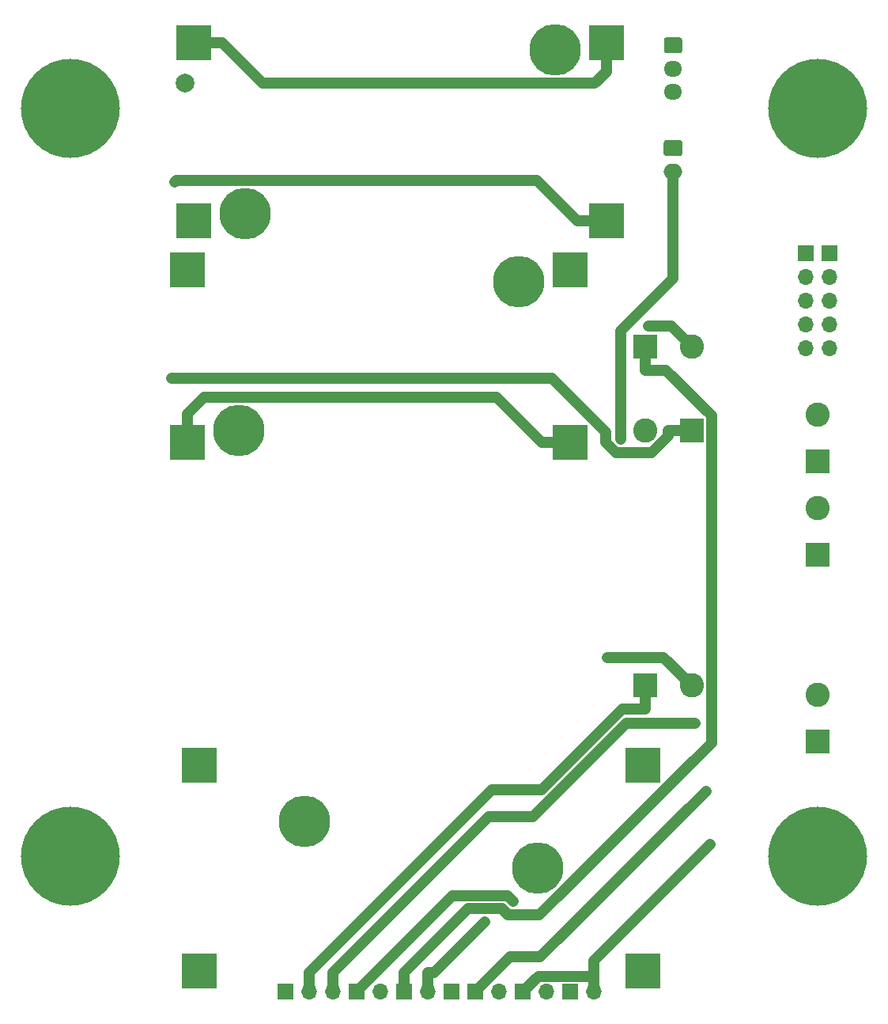
<source format=gbl>
G04 #@! TF.GenerationSoftware,KiCad,Pcbnew,5.1.10*
G04 #@! TF.CreationDate,2021-05-19T15:41:42-05:00*
G04 #@! TF.ProjectId,Power Board,506f7765-7220-4426-9f61-72642e6b6963,rev?*
G04 #@! TF.SameCoordinates,Original*
G04 #@! TF.FileFunction,Copper,L2,Bot*
G04 #@! TF.FilePolarity,Positive*
%FSLAX46Y46*%
G04 Gerber Fmt 4.6, Leading zero omitted, Abs format (unit mm)*
G04 Created by KiCad (PCBNEW 5.1.10) date 2021-05-19 15:41:42*
%MOMM*%
%LPD*%
G01*
G04 APERTURE LIST*
G04 #@! TA.AperFunction,ComponentPad*
%ADD10C,2.600000*%
G04 #@! TD*
G04 #@! TA.AperFunction,ComponentPad*
%ADD11R,2.600000X2.600000*%
G04 #@! TD*
G04 #@! TA.AperFunction,ComponentPad*
%ADD12C,0.500000*%
G04 #@! TD*
G04 #@! TA.AperFunction,ComponentPad*
%ADD13C,5.500000*%
G04 #@! TD*
G04 #@! TA.AperFunction,ComponentPad*
%ADD14R,3.750000X3.750000*%
G04 #@! TD*
G04 #@! TA.AperFunction,ComponentPad*
%ADD15C,2.000000*%
G04 #@! TD*
G04 #@! TA.AperFunction,ComponentPad*
%ADD16O,1.700000X1.700000*%
G04 #@! TD*
G04 #@! TA.AperFunction,ComponentPad*
%ADD17R,1.700000X1.700000*%
G04 #@! TD*
G04 #@! TA.AperFunction,ComponentPad*
%ADD18O,2.000000X1.700000*%
G04 #@! TD*
G04 #@! TA.AperFunction,ComponentPad*
%ADD19O,1.950000X1.700000*%
G04 #@! TD*
G04 #@! TA.AperFunction,ComponentPad*
%ADD20C,0.900000*%
G04 #@! TD*
G04 #@! TA.AperFunction,ComponentPad*
%ADD21C,10.600000*%
G04 #@! TD*
G04 #@! TA.AperFunction,ViaPad*
%ADD22C,0.800000*%
G04 #@! TD*
G04 #@! TA.AperFunction,Conductor*
%ADD23C,1.200000*%
G04 #@! TD*
G04 APERTURE END LIST*
D10*
X94000000Y-87750000D03*
D11*
X89000000Y-87750000D03*
D12*
X75979720Y-105750000D03*
X54020280Y-100729720D03*
X50350000Y-102250000D03*
X50979720Y-103770280D03*
X54020280Y-103770280D03*
X54650000Y-102250000D03*
X52500000Y-104500000D03*
X79020280Y-105729720D03*
X75350000Y-107250000D03*
D13*
X77500000Y-107250000D03*
X52500000Y-102250000D03*
D12*
X77500000Y-105100000D03*
X52500000Y-100100000D03*
X50979720Y-100729720D03*
X77500000Y-109400000D03*
X79650000Y-107250000D03*
D14*
X88750000Y-118250000D03*
X88750000Y-96250000D03*
X41250000Y-118250000D03*
X41250000Y-96250000D03*
D12*
X75979720Y-108750000D03*
X79020280Y-108770280D03*
D13*
X45500000Y-60500000D03*
X75500000Y-44500000D03*
D12*
X45500000Y-62650000D03*
X47650000Y-60500000D03*
X47020280Y-62020280D03*
X43979720Y-62020280D03*
X43350000Y-60500000D03*
X43979720Y-58979720D03*
X45500000Y-58350000D03*
X47020280Y-58979720D03*
X73350000Y-44500000D03*
X77020280Y-42979720D03*
X75500000Y-42350000D03*
X75500000Y-46650000D03*
X73979720Y-42979720D03*
X77650000Y-44500000D03*
X73979720Y-46020280D03*
X77020280Y-46020280D03*
D14*
X81000000Y-43250000D03*
X81000000Y-61750000D03*
X40000000Y-43250000D03*
X40000000Y-61750000D03*
D15*
X39750000Y-23300000D03*
D13*
X46150000Y-37250000D03*
X79350000Y-19750000D03*
D12*
X46150000Y-39350000D03*
X48300000Y-37200000D03*
X47670280Y-38720280D03*
X44629720Y-38720280D03*
X44000000Y-37200000D03*
X44629720Y-35679720D03*
X46150000Y-35050000D03*
X47670280Y-35679720D03*
X77200000Y-19800000D03*
X80870280Y-18279720D03*
X79350000Y-17650000D03*
X79350000Y-21950000D03*
X77829720Y-18279720D03*
X81500000Y-19800000D03*
X77829720Y-21320280D03*
X80870280Y-21320280D03*
D14*
X84850000Y-19000000D03*
X84850000Y-38000000D03*
X40650000Y-19000000D03*
X40650000Y-38000000D03*
D16*
X83520000Y-120500000D03*
D17*
X80980000Y-120500000D03*
D16*
X55580000Y-120500000D03*
X53040000Y-120500000D03*
D17*
X50500000Y-120500000D03*
D16*
X65740000Y-120500000D03*
D17*
X63200000Y-120500000D03*
D16*
X73360000Y-120500000D03*
D17*
X70820000Y-120500000D03*
X68280000Y-120500000D03*
D16*
X78440000Y-120500000D03*
D17*
X75900000Y-120500000D03*
D16*
X60660000Y-120500000D03*
D17*
X58120000Y-120500000D03*
D16*
X108790000Y-51660000D03*
X108790000Y-49120000D03*
X108790000Y-46580000D03*
X108790000Y-44040000D03*
D17*
X108790000Y-41500000D03*
D16*
X106250000Y-51660000D03*
X106250000Y-49120000D03*
X106250000Y-46580000D03*
X106250000Y-44040000D03*
D17*
X106250000Y-41500000D03*
D10*
X107500000Y-58750000D03*
D11*
X107500000Y-63750000D03*
D10*
X107500000Y-68750000D03*
D11*
X107500000Y-73750000D03*
D18*
X92000000Y-32750000D03*
G04 #@! TA.AperFunction,ComponentPad*
G36*
G01*
X91250000Y-29400000D02*
X92750000Y-29400000D01*
G75*
G02*
X93000000Y-29650000I0J-250000D01*
G01*
X93000000Y-30850000D01*
G75*
G02*
X92750000Y-31100000I-250000J0D01*
G01*
X91250000Y-31100000D01*
G75*
G02*
X91000000Y-30850000I0J250000D01*
G01*
X91000000Y-29650000D01*
G75*
G02*
X91250000Y-29400000I250000J0D01*
G01*
G37*
G04 #@! TD.AperFunction*
D10*
X89000000Y-60500000D03*
D11*
X94000000Y-60500000D03*
D10*
X107500000Y-88750000D03*
D11*
X107500000Y-93750000D03*
D10*
X94000000Y-51500000D03*
D11*
X89000000Y-51500000D03*
D19*
X92000000Y-24250000D03*
X92000000Y-21750000D03*
G04 #@! TA.AperFunction,ComponentPad*
G36*
G01*
X91275000Y-18400000D02*
X92725000Y-18400000D01*
G75*
G02*
X92975000Y-18650000I0J-250000D01*
G01*
X92975000Y-19850000D01*
G75*
G02*
X92725000Y-20100000I-250000J0D01*
G01*
X91275000Y-20100000D01*
G75*
G02*
X91025000Y-19850000I0J250000D01*
G01*
X91025000Y-18650000D01*
G75*
G02*
X91275000Y-18400000I250000J0D01*
G01*
G37*
G04 #@! TD.AperFunction*
D20*
X110310749Y-103189251D03*
X107500000Y-102025000D03*
X104689251Y-103189251D03*
X103525000Y-106000000D03*
X104689251Y-108810749D03*
X107500000Y-109975000D03*
X110310749Y-108810749D03*
X111475000Y-106000000D03*
D21*
X107500000Y-106000000D03*
D20*
X110310749Y-23189251D03*
X107500000Y-22025000D03*
X104689251Y-23189251D03*
X103525000Y-26000000D03*
X104689251Y-28810749D03*
X107500000Y-29975000D03*
X110310749Y-28810749D03*
X111475000Y-26000000D03*
D21*
X107500000Y-26000000D03*
D20*
X30310749Y-103189251D03*
X27500000Y-102025000D03*
X24689251Y-103189251D03*
X23525000Y-106000000D03*
X24689251Y-108810749D03*
X27500000Y-109975000D03*
X30310749Y-108810749D03*
X31475000Y-106000000D03*
D21*
X27500000Y-106000000D03*
D20*
X30310749Y-23189251D03*
X27500000Y-22025000D03*
X24689251Y-23189251D03*
X23525000Y-26000000D03*
X24689251Y-28810749D03*
X27500000Y-29975000D03*
X30310749Y-28810749D03*
X31475000Y-26000000D03*
D21*
X27500000Y-26000000D03*
D22*
X95989000Y-104746000D03*
X84934400Y-84738800D03*
X74878600Y-110847200D03*
X38300300Y-54860500D03*
X38631700Y-33862800D03*
X94368700Y-91782600D03*
X86395300Y-61390700D03*
X95503600Y-99063600D03*
X89348800Y-49284100D03*
X71827800Y-113029200D03*
D23*
X95989000Y-104746000D02*
X83520000Y-117215000D01*
X83520000Y-117215000D02*
X83520000Y-118450000D01*
X84850000Y-19000000D02*
X84850000Y-22075000D01*
X40650000Y-19000000D02*
X43725000Y-19000000D01*
X43725000Y-19000000D02*
X48049900Y-23324900D01*
X48049900Y-23324900D02*
X83600100Y-23324900D01*
X83600100Y-23324900D02*
X84850000Y-22075000D01*
X75900000Y-120500000D02*
X77550300Y-118849700D01*
X77550300Y-118849700D02*
X77550300Y-118849600D01*
X77550300Y-118849600D02*
X83120400Y-118849600D01*
X83120400Y-118849600D02*
X83520000Y-118450000D01*
X83520000Y-120500000D02*
X83520000Y-118450000D01*
X40000000Y-61750000D02*
X40000000Y-58675000D01*
X81000000Y-61750000D02*
X77925000Y-61750000D01*
X77925000Y-61750000D02*
X73106100Y-56931100D01*
X73106100Y-56931100D02*
X41743900Y-56931100D01*
X41743900Y-56931100D02*
X40000000Y-58675000D01*
X94000000Y-87750000D02*
X90988800Y-84738800D01*
X90988800Y-84738800D02*
X84934400Y-84738800D01*
X58120000Y-120500000D02*
X68395200Y-110224800D01*
X68395200Y-110224800D02*
X74256200Y-110224800D01*
X74256200Y-110224800D02*
X74878600Y-110847200D01*
X94000000Y-60500000D02*
X91500000Y-60500000D01*
X91500000Y-60500000D02*
X91500000Y-61046900D01*
X91500000Y-61046900D02*
X89692800Y-62854100D01*
X89692800Y-62854100D02*
X85877200Y-62854100D01*
X85877200Y-62854100D02*
X84768700Y-61745600D01*
X84768700Y-61745600D02*
X84768700Y-60636900D01*
X84768700Y-60636900D02*
X78992300Y-54860500D01*
X78992300Y-54860500D02*
X38300300Y-54860500D01*
X84850000Y-38000000D02*
X81775000Y-38000000D01*
X81775000Y-38000000D02*
X77447800Y-33672800D01*
X77447800Y-33672800D02*
X38821700Y-33672800D01*
X38821700Y-33672800D02*
X38631700Y-33862800D01*
X89000000Y-90250000D02*
X86565500Y-90250000D01*
X86565500Y-90250000D02*
X77956800Y-98858700D01*
X77956800Y-98858700D02*
X72631300Y-98858700D01*
X72631300Y-98858700D02*
X53040000Y-118450000D01*
X53040000Y-120500000D02*
X53040000Y-118450000D01*
X89000000Y-87750000D02*
X89000000Y-90250000D01*
X55580000Y-118450000D02*
X72269900Y-101760100D01*
X72269900Y-101760100D02*
X77035900Y-101760100D01*
X77035900Y-101760100D02*
X87013400Y-91782600D01*
X87013400Y-91782600D02*
X94368700Y-91782600D01*
X55580000Y-120500000D02*
X55580000Y-118450000D01*
X92000000Y-32750000D02*
X92000000Y-44183900D01*
X92000000Y-44183900D02*
X86395300Y-49788600D01*
X86395300Y-49788600D02*
X86395300Y-61390700D01*
X95503600Y-99063600D02*
X77795400Y-116771800D01*
X77795400Y-116771800D02*
X74548200Y-116771800D01*
X74548200Y-116771800D02*
X70820000Y-120500000D01*
X94000000Y-51500000D02*
X91784100Y-49284100D01*
X91784100Y-49284100D02*
X89348800Y-49284100D01*
X65740000Y-120500000D02*
X65740000Y-118450000D01*
X65740000Y-118450000D02*
X66407000Y-118450000D01*
X66407000Y-118450000D02*
X71827800Y-113029200D01*
X63200000Y-118450000D02*
X70024800Y-111625200D01*
X70024800Y-111625200D02*
X73676300Y-111625200D01*
X73676300Y-111625200D02*
X74298600Y-112247500D01*
X74298600Y-112247500D02*
X77716300Y-112247500D01*
X77716300Y-112247500D02*
X96100400Y-93863400D01*
X96100400Y-93863400D02*
X96100400Y-58834800D01*
X96100400Y-58834800D02*
X91265600Y-54000000D01*
X91265600Y-54000000D02*
X89000000Y-54000000D01*
X89000000Y-51500000D02*
X89000000Y-54000000D01*
X63200000Y-120500000D02*
X63200000Y-118450000D01*
M02*

</source>
